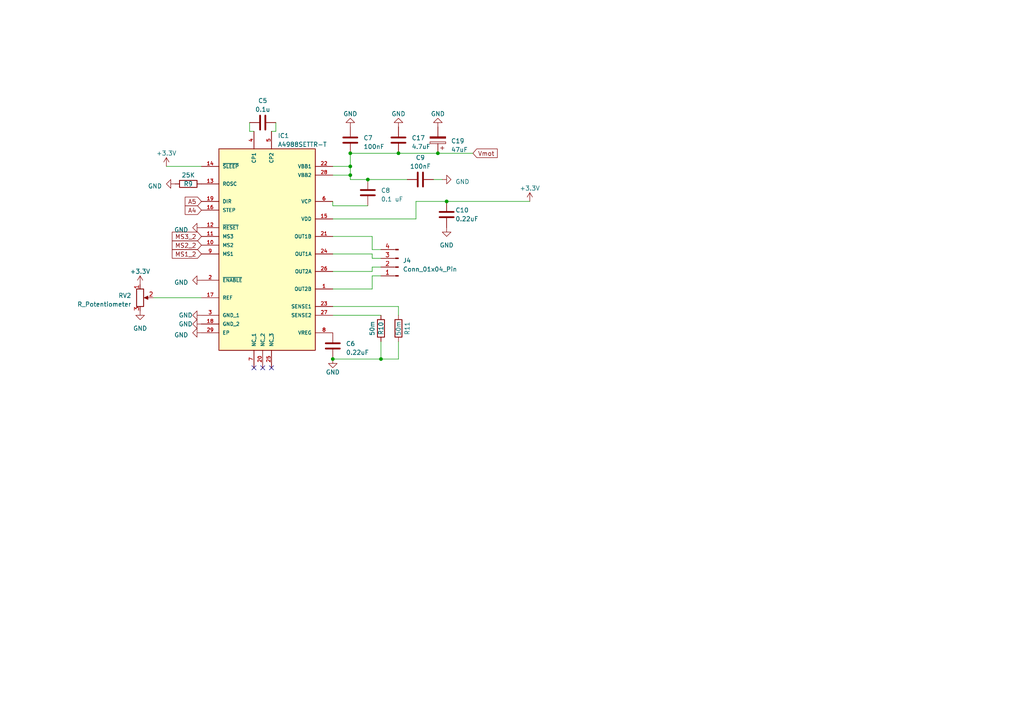
<source format=kicad_sch>
(kicad_sch (version 20230121) (generator eeschema)
  (paper "A4")
  (lib_symbols
    (symbol "A4988SETTR-T_1" (pin_names (offset 1.016))
      (property "Reference" "IC" (at -16.51 30.48 0))
      (property "Value" "A4988SETTR-T" (at -16.51 -33.02 0))
      (symbol "A4988SETTR-T_1_0_0"
        (rectangle (start -15.24 -30.48) (end 12.7 27.94) (stroke (width 0.254)) (fill (type background)))
        (pin bidirectional line (at 17.78 -12.7 180) (length 5.08) (name "OUT2B") (number "1"))
        (pin bidirectional line (at -20.32 0 0) (length 5.08) (name "MS2") (number "10"))
        (pin bidirectional line (at -20.32 2.54 0) (length 5.08) (name "MS3") (number "11"))
        (pin bidirectional line (at -20.32 5.08 0) (length 5.08) (name "~{RESET}") (number "12"))
        (pin bidirectional line (at -20.32 17.78 0) (length 5.08) (name "ROSC") (number "13"))
        (pin bidirectional line (at -20.32 22.86 0) (length 5.08) (name "~{SLEEP}") (number "14"))
        (pin bidirectional line (at 17.78 7.62 180) (length 5.08) (name "VDD") (number "15"))
        (pin bidirectional line (at -20.32 10.16 0) (length 5.08) (name "STEP") (number "16"))
        (pin bidirectional line (at -20.32 -15.24 0) (length 5.08) (name "REF") (number "17"))
        (pin bidirectional line (at -20.32 -22.86 0) (length 5.08) (name "GND_2") (number "18"))
        (pin bidirectional line (at -20.32 12.7 0) (length 5.08) (name "DIR") (number "19"))
        (pin bidirectional line (at -20.32 -10.16 0) (length 5.08) (name "~{ENABLE}") (number "2"))
        (pin bidirectional line (at -2.54 -35.56 90) (length 5.08) (name "NC_2") (number "20"))
        (pin bidirectional line (at 17.78 2.54 180) (length 5.08) (name "OUT1B") (number "21"))
        (pin bidirectional line (at 17.78 22.86 180) (length 5.08) (name "VBB1") (number "22"))
        (pin bidirectional line (at 17.78 -17.78 180) (length 5.08) (name "SENSE1") (number "23"))
        (pin bidirectional line (at 17.78 -2.54 180) (length 5.08) (name "OUT1A") (number "24"))
        (pin bidirectional line (at 0 -35.56 90) (length 5.08) (name "NC_3") (number "25"))
        (pin bidirectional line (at 17.78 -7.62 180) (length 5.08) (name "OUT2A") (number "26"))
        (pin bidirectional line (at 17.78 -20.32 180) (length 5.08) (name "SENSE2") (number "27"))
        (pin bidirectional line (at 17.78 20.32 180) (length 5.08) (name "VBB2") (number "28"))
        (pin bidirectional line (at -20.32 -25.4 0) (length 5.08) (name "EP") (number "29"))
        (pin bidirectional line (at -20.32 -20.32 0) (length 5.08) (name "GND_1") (number "3"))
        (pin bidirectional line (at -5.08 33.02 270) (length 5.08) (name "CP1") (number "4"))
        (pin bidirectional line (at 0 33.02 270) (length 5.08) (name "CP2") (number "5"))
        (pin bidirectional line (at 17.78 12.7 180) (length 5.08) (name "VCP") (number "6"))
        (pin bidirectional line (at -5.08 -35.56 90) (length 5.08) (name "NC_1") (number "7"))
        (pin bidirectional line (at 17.78 -25.4 180) (length 5.08) (name "VREG") (number "8"))
        (pin bidirectional line (at -20.32 -2.54 0) (length 5.08) (name "MS1") (number "9"))
      )
    )
    (symbol "Connector:Conn_01x04_Pin" (pin_names (offset 1.016) hide)
      (property "Reference" "J" (at 0 5.08 0))
      (property "Value" "Conn_01x04_Pin" (at 0 -7.62 0))
      (symbol "Conn_01x04_Pin_1_1"
        (polyline (pts (xy 1.27 -5.08) (xy 0.8636 -5.08)) (stroke (width 0.1524)))
        (polyline (pts (xy 1.27 -2.54) (xy 0.8636 -2.54)) (stroke (width 0.1524)))
        (polyline (pts (xy 1.27 0) (xy 0.8636 0)) (stroke (width 0.1524)))
        (polyline (pts (xy 1.27 2.54) (xy 0.8636 2.54)) (stroke (width 0.1524)))
        (rectangle (start 0.8636 -4.953) (end 0 -5.207) (stroke (width 0.1524)) (fill (type outline)))
        (rectangle (start 0.8636 -2.413) (end 0 -2.667) (stroke (width 0.1524)) (fill (type outline)))
        (rectangle (start 0.8636 0.127) (end 0 -0.127) (stroke (width 0.1524)) (fill (type outline)))
        (rectangle (start 0.8636 2.667) (end 0 2.413) (stroke (width 0.1524)) (fill (type outline)))
        (pin passive line (at 5.08 2.54 180) (length 3.81) (name "Pin_1") (number "1"))
        (pin passive line (at 5.08 0 180) (length 3.81) (name "Pin_2") (number "2"))
        (pin passive line (at 5.08 -2.54 180) (length 3.81) (name "Pin_3") (number "3"))
        (pin passive line (at 5.08 -5.08 180) (length 3.81) (name "Pin_4") (number "4"))
      )
    )
    (symbol "Device:C" (pin_numbers hide) (pin_names (offset 0.254))
      (property "Reference" "C" (at 0.635 2.54 0))
      (property "Value" "C" (at 0.635 -2.54 0))
      (symbol "C_0_1"
        (polyline (pts (xy -2.032 -0.762) (xy 2.032 -0.762)) (stroke (width 0.508)))
        (polyline (pts (xy -2.032 0.762) (xy 2.032 0.762)) (stroke (width 0.508)))
      )
      (symbol "C_1_1"
        (pin passive line (at 0 3.81 270) (length 2.794) (name "~") (number "1"))
        (pin passive line (at 0 -3.81 90) (length 2.794) (name "~") (number "2"))
      )
    )
    (symbol "Device:C_Polarized" (pin_numbers hide) (pin_names (offset 0.254))
      (property "Reference" "C" (at 0.635 2.54 0))
      (property "Value" "C_Polarized" (at 0.635 -2.54 0))
      (symbol "C_Polarized_0_1"
        (rectangle (start -2.286 0.508) (end 2.286 1.016))
        (polyline (pts (xy -1.778 2.286) (xy -0.762 2.286)))
        (polyline (pts (xy -1.27 2.794) (xy -1.27 1.778)))
        (rectangle (start 2.286 -0.508) (end -2.286 -1.016) (fill (type outline)))
      )
      (symbol "C_Polarized_1_1"
        (pin passive line (at 0 3.81 270) (length 2.794) (name "~") (number "1"))
        (pin passive line (at 0 -3.81 90) (length 2.794) (name "~") (number "2"))
      )
    )
    (symbol "Device:R" (pin_numbers hide) (pin_names (offset 0))
      (property "Reference" "R" (at 2.032 0 90))
      (property "Value" "R" (at 0 0 90))
      (symbol "R_0_1"
        (rectangle (start -1.016 -2.54) (end 1.016 2.54) (stroke (width 0.254)))
      )
      (symbol "R_1_1"
        (pin passive line (at 0 3.81 270) (length 1.27) (name "~") (number "1"))
        (pin passive line (at 0 -3.81 90) (length 1.27) (name "~") (number "2"))
      )
    )
    (symbol "Device:R_Potentiometer" (pin_names (offset 1.016) hide)
      (property "Reference" "RV" (at -4.445 0 90))
      (property "Value" "R_Potentiometer" (at -2.54 0 90))
      (symbol "R_Potentiometer_0_1"
        (polyline (pts (xy 2.54 0) (xy 1.524 0)))
        (polyline (pts (xy 1.143 0) (xy 2.286 0.508) (xy 2.286 -0.508) (xy 1.143 0)) (fill (type outline)))
        (rectangle (start 1.016 2.54) (end -1.016 -2.54) (stroke (width 0.254)))
      )
      (symbol "R_Potentiometer_1_1"
        (pin passive line (at 0 3.81 270) (length 1.27) (name "1") (number "1"))
        (pin passive line (at 3.81 0 180) (length 1.27) (name "2") (number "2"))
        (pin passive line (at 0 -3.81 90) (length 1.27) (name "3") (number "3"))
      )
    )
    (symbol "power:+3.3V" (power) (pin_names (offset 0))
      (property "Value" "+3.3V" (at 0 3.556 0))
      (symbol "+3.3V_0_1"
        (polyline (pts (xy -0.762 1.27) (xy 0 2.54)))
        (polyline (pts (xy 0 0) (xy 0 2.54)))
        (polyline (pts (xy 0 2.54) (xy 0.762 1.27)))
      )
      (symbol "+3.3V_1_1"
        (pin power_in line (at 0 0 90) (length 0) hide (name "+3.3V") (number "1"))
      )
    )
    (symbol "power:GND" (power) (pin_names (offset 0))
      (property "Value" "GND" (at 0 -3.81 0))
      (symbol "GND_0_1"
        (polyline (pts (xy 0 0) (xy 0 -1.27) (xy 1.27 -1.27) (xy 0 -2.54) (xy -1.27 -1.27) (xy 0 -1.27)))
      )
      (symbol "GND_1_1"
        (pin power_in line (at 0 0 270) (length 0) hide (name "GND") (number "1"))
      )
    )
  )
  (junction (at 96.52 104.14))
  (junction (at 110.49 104.14))
  (junction (at 101.6 44.45))
  (junction (at 101.6 48.26))
  (junction (at 127 44.45))
  (junction (at 106.68 52.07))
  (junction (at 115.57 44.45))
  (junction (at 129.54 58.42))
  (junction (at 101.6 50.8))
  (no_connect (at 76.2 106.68))
  (no_connect (at 78.74 106.68))
  (no_connect (at 73.66 106.68))
  (wire (pts (xy 48.26 48.26) (xy 58.42 48.26)))
  (wire (pts (xy 107.95 72.39) (xy 110.49 72.39)))
  (wire (pts (xy 96.52 59.69) (xy 106.68 59.69)))
  (wire (pts (xy 115.57 44.45) (xy 127 44.45)))
  (wire (pts (xy 78.74 38.1) (xy 80.01 38.1)))
  (wire (pts (xy 72.39 38.1) (xy 73.66 38.1)))
  (wire (pts (xy 101.6 44.45) (xy 101.6 48.26)))
  (wire (pts (xy 96.52 78.74) (xy 107.95 78.74)))
  (wire (pts (xy 110.49 104.14) (xy 96.52 104.14)))
  (wire (pts (xy 125.73 52.07) (xy 128.27 52.07)))
  (wire (pts (xy 72.39 38.1) (xy 72.39 35.56)))
  (wire (pts (xy 115.57 91.44) (xy 115.57 88.9)))
  (wire (pts (xy 107.95 73.66) (xy 96.52 73.66)))
  (wire (pts (xy 101.6 52.07) (xy 106.68 52.07)))
  (wire (pts (xy 96.52 50.8) (xy 101.6 50.8)))
  (wire (pts (xy 107.95 78.74) (xy 107.95 77.47)))
  (wire (pts (xy 120.65 58.42) (xy 120.65 63.5)))
  (wire (pts (xy 96.52 48.26) (xy 101.6 48.26)))
  (wire (pts (xy 110.49 104.14) (xy 115.57 104.14)))
  (wire (pts (xy 96.52 83.82) (xy 107.95 83.82)))
  (wire (pts (xy 96.52 59.69) (xy 96.52 58.42)))
  (wire (pts (xy 107.95 77.47) (xy 110.49 77.47)))
  (wire (pts (xy 96.52 68.58) (xy 107.95 68.58)))
  (wire (pts (xy 44.45 86.36) (xy 58.42 86.36)))
  (wire (pts (xy 106.68 52.07) (xy 118.11 52.07)))
  (wire (pts (xy 107.95 74.93) (xy 110.49 74.93)))
  (wire (pts (xy 115.57 99.06) (xy 115.57 104.14)))
  (wire (pts (xy 120.65 58.42) (xy 129.54 58.42)))
  (wire (pts (xy 101.6 50.8) (xy 101.6 52.07)))
  (wire (pts (xy 107.95 80.01) (xy 110.49 80.01)))
  (wire (pts (xy 115.57 88.9) (xy 96.52 88.9)))
  (wire (pts (xy 107.95 68.58) (xy 107.95 72.39)))
  (wire (pts (xy 110.49 91.44) (xy 96.52 91.44)))
  (wire (pts (xy 120.65 63.5) (xy 96.52 63.5)))
  (wire (pts (xy 101.6 48.26) (xy 101.6 50.8)))
  (wire (pts (xy 80.01 38.1) (xy 80.01 35.56)))
  (wire (pts (xy 101.6 44.45) (xy 115.57 44.45)))
  (wire (pts (xy 127 44.45) (xy 137.16 44.45)))
  (wire (pts (xy 129.54 58.42) (xy 153.67 58.42)))
  (wire (pts (xy 107.95 83.82) (xy 107.95 80.01)))
  (wire (pts (xy 110.49 99.06) (xy 110.49 104.14)))
  (wire (pts (xy 107.95 74.93) (xy 107.95 73.66)))
  (global_label "A5" (shape input) (at 58.42 58.42 180) (property "Intersheetrefs" "${INTERSHEET_REFS}" (effects hide)))
  (global_label "MS1_2" (shape input) (at 58.42 73.66 180) (property "Intersheetrefs" "${INTERSHEET_REFS}" (effects hide)))
  (global_label "A4" (shape input) (at 58.42 60.96 180) (property "Intersheetrefs" "${INTERSHEET_REFS}" (effects hide)))
  (global_label "Vmot" (shape input) (at 137.16 44.45 0) (property "Intersheetrefs" "${INTERSHEET_REFS}" (effects hide)))
  (global_label "MS2_2" (shape input) (at 58.42 71.12 180) (property "Intersheetrefs" "${INTERSHEET_REFS}" (effects hide)))
  (global_label "MS3_2" (shape input) (at 58.42 68.58 180) (property "Intersheetrefs" "${INTERSHEET_REFS}" (effects hide)))
  (symbol (lib_id "Device:R") (at 54.61 53.34 90) (unit 1)
    (property "Reference" "R9" (at 54.61 53.34 90))
    (property "Value" "25K" (at 54.61 50.8 90))
    (property "Footprint" "Resistor_SMD:R_0805_2012Metric_Pad1.20x1.40mm_HandSolder" (effects hide))
    (instances (project "PCB_evenwicht" (path "" (reference "R9") (unit 1)) (path "" (reference "R9") (unit 1)) (path "" (reference "R13") (unit 1))) (project "a4988" (path "" (reference "R?") (unit 1))))
  )
  (symbol (lib_id "Device:R") (at 115.57 95.25 0) (unit 1)
    (property "Reference" "R11" (at 118.11 95.25 90))
    (property "Value" "50m" (at 115.57 95.25 90))
    (property "Footprint" "Resistor_SMD:R_0805_2012Metric_Pad1.20x1.40mm_HandSolder" (effects hide))
    (instances (project "PCB_evenwicht" (path "" (reference "R11") (unit 1)) (path "" (reference "R11") (unit 1)) (path "" (reference "R15") (unit 1))) (project "a4988" (path "" (reference "R?") (unit 1))))
  )
  (symbol (lib_id "Device:R_Potentiometer") (at 40.64 86.36 0) (unit 1)
    (property "Reference" "RV2" (at 38.1 85.725 0) (effects (justify right)))
    (property "Value" "R_Potentiometer" (at 38.1 88.265 0) (effects (justify right)))
    (property "Footprint" "Potentiometer_THT:Potentiometer_Bourns_3386P_Vertical" (effects hide))
  )
  (symbol (lib_id "power:GND") (at 50.8 53.34 270) (unit 1)
    (property "Reference" "#PWR025" (effects hide))
    (property "Value" "GND" (at 46.99 53.975 90) (effects (justify right)))
    (instances (project "PCB_evenwicht" (path "" (reference "#PWR025") (unit 1)) (path "" (reference "#PWR025") (unit 1)) (path "" (reference "#PWR038") (unit 1))) (project "a4988" (path "" (reference "#PWR?") (unit 1))))
  )
  (symbol (lib_id "power:GND") (at 58.42 91.44 270) (unit 1)
    (property "Reference" "#PWR030" (effects hide))
    (property "Value" "GND" (at 55.88 91.44 90) (effects (justify right)))
    (instances (project "PCB_evenwicht" (path "" (reference "#PWR030") (unit 1)) (path "" (reference "#PWR030") (unit 1)) (path "" (reference "#PWR041") (unit 1))) (project "a4988" (path "" (reference "#PWR?") (unit 1))))
  )
  (symbol (lib_id "power:GND") (at 128.27 52.07 90) (unit 1)
    (property "Reference" "#PWR036" (effects hide))
    (property "Value" "GND" (at 132.08 52.705 90) (effects (justify right)))
    (instances (project "PCB_evenwicht" (path "" (reference "#PWR036") (unit 1)) (path "" (reference "#PWR036") (unit 1)) (path "" (reference "#PWR046") (unit 1))) (project "a4988" (path "" (reference "#PWR?") (unit 1))))
  )
  (symbol (lib_id "power:GND") (at 40.64 90.17 0) (unit 1)
    (property "Reference" "#PWR059" (effects hide))
    (property "Value" "GND" (at 40.64 95.25 0))
  )
  (symbol (lib_id "power:GND") (at 129.54 66.04 0) (unit 1)
    (property "Reference" "#PWR037" (effects hide))
    (property "Value" "GND" (at 129.54 71.12 0))
    (instances (project "PCB_evenwicht" (path "" (reference "#PWR037") (unit 1)) (path "" (reference "#PWR037") (unit 1)) (path "" (reference "#PWR054") (unit 1))) (project "a4988" (path "" (reference "#PWR?") (unit 1))))
  )
  (symbol (lib_id "power:GND") (at 101.6 36.83 180) (unit 1)
    (property "Reference" "#PWR033" (effects hide))
    (property "Value" "GND" (at 101.6 33.02 0))
    (instances (project "PCB_evenwicht" (path "" (reference "#PWR033") (unit 1)) (path "" (reference "#PWR033") (unit 1)) (path "" (reference "#PWR044") (unit 1))) (project "a4988" (path "" (reference "#PWR?") (unit 1))))
  )
  (symbol (lib_id "power:GND") (at 58.42 66.04 270) (unit 1)
    (property "Reference" "#PWR064" (effects hide))
    (property "Value" "GND" (at 54.61 66.675 90) (effects (justify right)))
  )
  (symbol (lib_id "Device:R") (at 110.49 95.25 0) (unit 1)
    (property "Reference" "R10" (at 110.49 95.25 90))
    (property "Value" "50m" (at 107.95 95.25 90))
    (property "Footprint" "Resistor_SMD:R_0805_2012Metric_Pad1.20x1.40mm_HandSolder" (effects hide))
    (instances (project "PCB_evenwicht" (path "" (reference "R10") (unit 1)) (path "" (reference "R10") (unit 1)) (path "" (reference "R14") (unit 1))) (project "a4988" (path "" (reference "R?") (unit 1))))
  )
  (symbol (lib_id "power:GND") (at 115.57 36.83 180) (unit 1)
    (property "Reference" "#PWR033" (effects hide))
    (property "Value" "GND" (at 115.57 33.02 0))
    (instances (project "PCB_evenwicht" (path "" (reference "#PWR033") (unit 1)) (path "" (reference "#PWR053") (unit 1)) (path "" (reference "#PWR045") (unit 1))) (project "a4988" (path "" (reference "#PWR?") (unit 1))))
  )
  (symbol (lib_id "power:+3.3V") (at 48.26 48.26 0) (unit 1)
    (property "Reference" "#PWR028" (effects hide))
    (property "Value" "+3.3V" (at 48.26 44.45 0))
  )
  (symbol (lib_id "power:+3.3V") (at 40.64 82.55 0) (unit 1)
    (property "Reference" "#PWR060" (effects hide))
    (property "Value" "+3.3V" (at 40.64 78.74 0))
  )
  (symbol (lib_id "Device:C") (at 96.52 100.33 0) (unit 1)
    (property "Reference" "C6" (at 100.33 99.695 0) (effects (justify left)))
    (property "Value" "0.22uF" (at 100.33 102.235 0) (effects (justify left)))
    (property "Footprint" "Capacitor_SMD:C_0805_2012Metric_Pad1.18x1.45mm_HandSolder" (effects hide))
    (instances (project "PCB_evenwicht" (path "" (reference "C6") (unit 1)) (path "" (reference "C6") (unit 1)) (path "" (reference "C12") (unit 1))) (project "a4988" (path "" (reference "C?") (unit 1))))
  )
  (symbol (lib_id "Device:C") (at 115.57 40.64 0) (unit 1)
    (property "Reference" "C17" (at 119.38 40.005 0) (effects (justify left)))
    (property "Value" "4.7uF" (at 119.38 42.545 0) (effects (justify left)))
    (property "Footprint" "Capacitor_SMD:C_1206_3216Metric_Pad1.33x1.80mm_HandSolder" (effects hide))
    (instances (project "PCB_evenwicht" (path "" (reference "C17") (unit 1)) (path "" (reference "C15") (unit 1))))
  )
  (symbol (lib_id "Device:C") (at 101.6 40.64 0) (unit 1)
    (property "Reference" "C7" (at 105.41 40.005 0) (effects (justify left)))
    (property "Value" "100nF" (at 105.41 42.545 0) (effects (justify left)))
    (property "Footprint" "Capacitor_SMD:C_0805_2012Metric_Pad1.18x1.45mm_HandSolder" (effects hide))
    (instances (project "PCB_evenwicht" (path "" (reference "C7") (unit 1)) (path "" (reference "C7") (unit 1)) (path "" (reference "C13") (unit 1))) (project "a4988" (path "" (reference "C?") (unit 1))))
  )
  (symbol (lib_id "power:GND") (at 58.42 93.98 270) (unit 1)
    (property "Reference" "#PWR031" (effects hide))
    (property "Value" "GND" (at 55.88 93.98 90) (effects (justify right)))
    (instances (project "PCB_evenwicht" (path "" (reference "#PWR031") (unit 1)) (path "" (reference "#PWR031") (unit 1)) (path "" (reference "#PWR042") (unit 1))) (project "a4988" (path "" (reference "#PWR?") (unit 1))))
  )
  (symbol (lib_id "Device:C") (at 121.92 52.07 90) (unit 1)
    (property "Reference" "C9" (at 121.92 45.72 90))
    (property "Value" "100nF" (at 121.92 48.26 90))
    (property "Footprint" "Capacitor_SMD:C_0805_2012Metric_Pad1.18x1.45mm_HandSolder" (effects hide))
    (instances (project "PCB_evenwicht" (path "" (reference "C9") (unit 1)) (path "" (reference "C9") (unit 1)) (path "" (reference "C16") (unit 1))) (project "a4988" (path "" (reference "C?") (unit 1))))
  )
  (symbol (lib_id "power:+3.3V") (at 153.67 58.42 0) (unit 1)
    (property "Reference" "#PWR056" (effects hide))
    (property "Value" "+3.3V" (at 153.67 54.61 0))
  )
  (symbol (lib_id "Device:C_Polarized") (at 127 40.64 180) (unit 1)
    (property "Reference" "C19" (at 130.81 40.894 0) (effects (justify right)))
    (property "Value" "47uF" (at 130.81 43.434 0) (effects (justify right)))
    (property "Footprint" "Capacitor_SMD:CP_Elec_6.3x5.9" (effects hide))
  )
  (symbol (lib_id "Connector:Conn_01x04_Pin") (at 115.57 77.47 180) (unit 1)
    (property "Reference" "J4" (at 116.84 75.565 0) (effects (justify right)))
    (property "Value" "Conn_01x04_Pin" (at 116.84 78.105 0) (effects (justify right)))
    (property "Footprint" "Connector_PinHeader_2.54mm:PinHeader_1x04_P2.54mm_Vertical" (effects hide))
    (instances (project "PCB_evenwicht" (path "" (reference "J4") (unit 1)) (path "" (reference "J4") (unit 1)) (path "" (reference "J6") (unit 1))))
  )
  (symbol (lib_id "Device:C") (at 129.54 62.23 0) (unit 1)
    (property "Reference" "C10" (at 132.08 60.96 0) (effects (justify left)))
    (property "Value" "0.22uF" (at 132.08 63.5 0) (effects (justify left)))
    (property "Footprint" "Capacitor_SMD:C_0805_2012Metric_Pad1.18x1.45mm_HandSolder" (effects hide))
    (instances (project "PCB_evenwicht" (path "" (reference "C10") (unit 1)) (path "" (reference "C10") (unit 1)) (path "" (reference "C18") (unit 1))) (project "a4988" (path "" (reference "C?") (unit 1))))
  )
  (symbol (lib_id "power:GND") (at 58.42 81.28 270) (unit 1)
    (property "Reference" "#PWR029" (effects hide))
    (property "Value" "GND" (at 54.61 81.915 90) (effects (justify right)))
    (instances (project "PCB_evenwicht" (path "" (reference "#PWR029") (unit 1)) (path "" (reference "#PWR029") (unit 1)) (path "" (reference "#PWR040") (unit 1))))
  )
  (symbol (lib_id "power:GND") (at 58.42 96.52 270) (unit 1)
    (property "Reference" "#PWR039" (effects hide))
    (property "Value" "GND" (at 54.61 97.155 90) (effects (justify right)))
  )
  (symbol (lib_id "Device:C") (at 106.68 55.88 0) (unit 1)
    (property "Reference" "C8" (at 110.49 55.245 0) (effects (justify left)))
    (property "Value" "0.1 uF" (at 110.49 57.785 0) (effects (justify left)))
    (property "Footprint" "Capacitor_SMD:C_0805_2012Metric_Pad1.18x1.45mm_HandSolder" (effects hide))
    (instances (project "PCB_evenwicht" (path "" (reference "C8") (unit 1)) (path "" (reference "C8") (unit 1)) (path "" (reference "C14") (unit 1))) (project "a4988" (path "" (reference "C?") (unit 1))))
  )
  (symbol (lib_name "A4988SETTR-T_1") (lib_id "A4988SETTR-T:A4988SETTR-T") (at 78.74 71.12 0) (unit 1)
    (property "Reference" "IC1" (at 80.5689 39.37 0) (effects (justify left)))
    (property "Value" "A4988SETTR-T" (at 80.5689 41.91 0) (effects (justify left)))
    (property "Footprint" "A4988:QFN50P500X500X100-29N" (effects hide))
    (property "HEIGHT" "1mm" (effects hide))
    (property "DESCRIPTION" "DMOS Microstepping Driver with Translator  and Overcurrent Protection" (effects hide))
    (property "MANUFACTURER_PART_NUMBER" "A4988SETTR-T" (effects hide))
    (property "MANUFACTURER_NAME" "Allegro Microsystems" (effects hide))
    (instances (project "PCB_evenwicht" (path "" (reference "IC1") (unit 1)) (path "" (reference "IC1") (unit 1)) (path "" (reference "IC2") (unit 1))))
  )
  (symbol (lib_id "power:GND") (at 96.52 104.14 0) (unit 1)
    (property "Reference" "#PWR032" (effects hide))
    (property "Value" "GND" (at 96.52 107.95 0))
    (instances (project "PCB_evenwicht" (path "" (reference "#PWR032") (unit 1)) (path "" (reference "#PWR032") (unit 1)) (path "" (reference "#PWR043") (unit 1))) (project "a4988" (path "" (reference "#PWR?") (unit 1))))
  )
  (symbol (lib_id "Device:C") (at 76.2 35.56 270) (unit 1)
    (property "Reference" "C5" (at 76.2 29.21 90))
    (property "Value" "0.1u" (at 76.2 31.75 90))
    (property "Footprint" "Capacitor_SMD:C_0805_2012Metric_Pad1.18x1.45mm_HandSolder" (effects hide))
    (instances (project "PCB_evenwicht" (path "" (reference "C5") (unit 1)) (path "" (reference "C5") (unit 1)) (path "" (reference "C11") (unit 1))) (project "a4988" (path "" (reference "C?") (unit 1))))
  )
  (symbol (lib_id "power:GND") (at 127 36.83 180) (unit 1)
    (property "Reference" "#PWR065" (effects hide))
    (property "Value" "GND" (at 127 33.02 0))
  )
)
</source>
